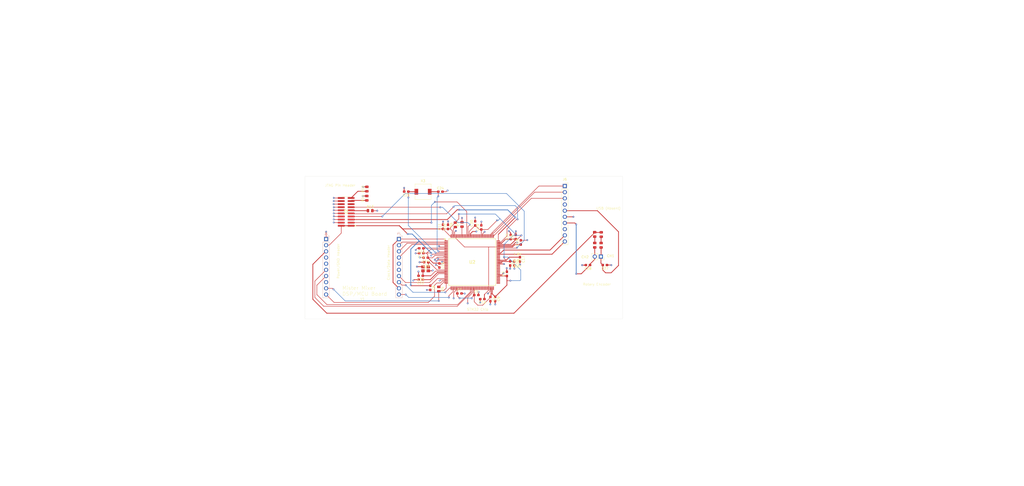
<source format=kicad_pcb>
(kicad_pcb (version 20240108) (generator "pcbnew") (generator_version "8.0")
  (layers (0 "F.Cu" signal) (1 "In1.Cu" power) (2 "In2.Cu" power) (31 "B.Cu" signal) (34 "B.Paste" user) (35 "F.Paste" user) (36 "B.SilkS" user "B.Silkscreen") (37 "F.SilkS" user "F.Silkscreen") (38 "B.Mask" user) (39 "F.Mask" user) (44 "Edge.Cuts" user))
  (net 0 "")
  (net 1 "Net-(C18-Pad1)")
  (net 2 "Net-(U2C-VDD33USB)")
  (net 3 "Net-(U2B-NRST)")
  (net 4 "Net-(U2A-PC15-OSC32_OUT)")
  (net 5 "Net-(U2A-PC14-OSC32_IN)")
  (net 6 "Net-(U2B-PH1-OSC_OUT)")
  (net 7 "Net-(U2B-PH0-OSC_IN)")
  (net 8 "3.3V")
  (net 10 "AGND")
  (net 11 "3.3V_2")
  (net 14 "JTDI")
  (net 15 "SWDIO")
  (net 16 "Net-(J2-Pad11)")
  (net 17 "SWCLK")
  (net 18 "JTRST")
  (net 19 "JTDO_SWO")
  (net 21 "Net-(J2-Pad17)")
  (net 22 "Net-(J2-Pad19)")
  (net 23 "SAI1_SCK_A")
  (net 24 "SAI1_MCLK_A")
  (net 25 "SAI2_SCK_B")
  (net 26 "SAI2_FS_B")
  (net 27 "SAI1_FS_A")
  (net 28 "SAI2_SD_B")
  (net 29 "SAI2_MCLK_B")
  (net 30 "SAI1_SD_B")
  (net 32 "I2C3_SCL")
  (net 33 "SPI3_MISO")
  (net 34 "SPI3_SCK")
  (net 35 "I2C3_SDA")
  (net 36 "SPI3_MOSI")
  (net 39 "Net-(U2C-VREF+)")
  (net 40 "Net-(U2B-PDR_ON)")
  (net 41 "Net-(U2B-BOOT0)")
  (net 56 "I2C4_SCL")
  (net 112 "I2C4_SDA")
  (net 119 "Net-(R8-Pad2)")
  (net 120 "Net-(R10-Pad2)")
  (net 121 "unconnected-(J4-Pad5)")
  (net 123 "GND")
  (net 124 "CHANNEL_1")
  (net 125 "CHANNEL_2")
  (net 126 "5V")
  (footprint "Resistor_SMD:R_0805_2012Metric" (layer "F.Cu") (at 167.965 121.15 90)
    (property "Reference" "R15")
    (property "Value" "10k")
  )
  (footprint "SamacSys_Parts:FTSH-110-XX-YYY-DV-K" (layer "F.Cu") (at 159.44 130.55 90)
    (property "Reference" "J2")
    (property "Value" "SBH11-PBPC-D10-ST-BK" (hide yes))
  )
  (footprint "Capacitor_SMD:C_0603_1608Metric_Pad1.08x0.95mm_HandSolder" (layer "F.Cu") (at 197.85 152.675 -90)
    (property "Reference" "C16")
    (property "Value" "100nF")
  )
  (footprint "Resistor_SMD:R_0805_2012Metric" (layer "F.Cu") (at 167.94 124.925 90)
    (property "Reference" "R14")
    (property "Value" "10k")
  )
  (footprint "Inductor_SMD:L_6.3x6.3_H3" (layer "F.Cu") (at 191.1 122.25)
    (property "Reference" "X3")
    (property "Value" "NX3215SA-32.768K")
  )
  (footprint "Capacitor_SMD:C_0603_1608Metric_Pad1.08x0.95mm_HandSolder" (layer "F.Cu") (at 259.025 152.4975 180)
    (property "Reference" "C28")
    (property "Value" "0.01uF")
  )
  (footprint "Capacitor_SMD:C_0603_1608Metric_Pad1.08x0.95mm_HandSolder" (layer "F.Cu") (at 231.375 143.15 90)
    (property "Reference" "C18")
    (property "Value" "2.2uF")
  )
  (footprint "Capacitor_SMD:C_0603_1608Metric_Pad1.08x0.95mm_HandSolder" (layer "F.Cu") (at 213.05 164.875)
    (property "Reference" "C5")
    (property "Value" "100nF")
  )
  (footprint "Capacitor_SMD:C_0603_1608Metric_Pad1.08x0.95mm_HandSolder" (layer "F.Cu") (at 199.3 136.725 90)
    (property "Reference" "C11")
    (property "Value" "100nF")
  )
  (footprint "Resistor_SMD:R_0805_2012Metric" (layer "F.Cu") (at 207.15 135.75 90)
    (property "Reference" "R7")
    (property "Value" "10k")
  )
  (footprint "Resistor_SMD:R_0805_2012Metric" (layer "F.Cu") (at 197.575 162.4 -90)
    (property "Reference" "R5")
    (property "Value" "47")
  )
  (footprint "SamacSys_Parts:QFP50P2200X2200X160-144N" (layer "F.Cu") (at 211.375 151.275)
    (property "Reference" "U2")
    (property "Value" "STM32H755ZIT6" (hide yes))
  )
  (footprint "Capacitor_SMD:C_0603_1608Metric_Pad1.08x0.95mm_HandSolder" (layer "F.Cu") (at 192.4 151.325 180)
    (property "Reference" "C26")
    (property "Value" "10pF")
  )
  (footprint "Capacitor_SMD:C_0603_1608Metric_Pad1.08x0.95mm_HandSolder" (layer "F.Cu") (at 201.375 136.75 90)
    (property "Reference" "C10")
    (property "Value" "100nF")
  )
  (footprint "Capacitor_SMD:C_0603_1608Metric_Pad1.08x0.95mm_HandSolder" (layer "F.Cu") (at 215.525 166.525 180)
    (property "Reference" "C19")
    (property "Value" "2.2uF")
  )
  (footprint "Capacitor_SMD:C_0603_1608Metric_Pad1.08x0.95mm_HandSolder" (layer "F.Cu") (at 220.825 166.45 -90)
    (property "Reference" "C9")
    (property "Value" "100nF")
  )
  (footprint "Resistor_SMD:R_0805_2012Metric" (layer "F.Cu") (at 204.425 135.9 90)
    (property "Reference" "R6")
    (property "Value" "10k")
  )
  (footprint "Capacitor_SMD:C_0603_1608Metric_Pad1.08x0.95mm_HandSolder" (layer "F.Cu") (at 190.375 147.6 180)
    (property "Reference" "C13")
    (property "Value" "100nF")
  )
  (footprint "Capacitor_SMD:C_0603_1608Metric_Pad1.08x0.95mm_HandSolder" (layer "F.Cu") (at 218.85 166.5 -90)
    (property "Reference" "C4")
    (property "Value" "100nF")
  )
  (footprint "Capacitor_SMD:C_0603_1608Metric_Pad1.08x0.95mm_HandSolder" (layer "F.Cu") (at 225.65 156.125 90)
    (property "Reference" "C3")
    (property "Value" "100nF")
  )
  (footprint "Capacitor_SMD:C_0603_1608Metric_Pad1.08x0.95mm_HandSolder" (layer "F.Cu") (at 190.125 156.925 180)
    (property "Reference" "C25")
    (property "Value" "10pF")
  )
  (footprint "Capacitor_SMD:C_0603_1608Metric_Pad1.08x0.95mm_HandSolder" (layer "F.Cu") (at 227 151.8 -90)
    (property "Reference" "C21")
    (property "Value" "100nF")
  )
  (footprint "Capacitor_SMD:C_0603_1608Metric_Pad1.08x0.95mm_HandSolder" (layer "F.Cu") (at 266 152.4725 180)
    (property "Reference" "C27")
    (property "Value" "0.01uF")
  )
  (footprint "Resistor_SMD:R_0805_2012Metric" (layer "F.Cu") (at 261.825 144.3 -90)
    (property "Reference" "R11" (hide yes))
    (property "Value" "10k" (hide yes))
  )
  (footprint "Capacitor_SMD:C_0603_1608Metric_Pad1.08x0.95mm_HandSolder" (layer "F.Cu") (at 227.2 140.925 90)
    (property "Reference" "C15")
    (property "Value" "100nF")
  )
  (footprint "Resistor_SMD:R_0805_2012Metric" (layer "F.Cu") (at 264.5 139.9 -90)
    (property "Reference" "R8" (hide yes))
    (property "Value" "10k" (hide yes))
  )
  (footprint "Capacitor_SMD:C_0603_1608Metric_Pad1.08x0.95mm_HandSolder" (layer "F.Cu") (at 194.1 161.875 -90)
    (property "Reference" "C8")
    (property "Value" "100nF")
  )
  (footprint "Resistor_SMD:R_0805_2012Metric" (layer "F.Cu") (at 261.8 139.85 -90)
    (property "Reference" "R10" (hide yes))
    (property "Value" "10k" (hide yes))
  )
  (footprint "Capacitor_SMD:C_0603_1608Metric_Pad1.08x0.95mm_HandSolder" (layer "F.Cu") (at 212.575 135.2875 90)
    (property "Reference" "C30")
    (property "Value" "100nF")
  )
  (footprint "Capacitor_SMD:C_0603_1608Metric_Pad1.08x0.95mm_HandSolder" (layer "F.Cu") (at 215.1 136.9625 90)
    (property "Reference" "C29")
    (property "Value" "100nF")
  )
  (footprint "SamacSys_Parts:FA-238_EPS" (layer "F.Cu") (at 192.173 154.06075 -90)
    (property "Reference" "X4")
    (property "Value" "NX2016SA-32MHZ")
  )
  (footprint "Resistor_SMD:R_0805_2012Metric" (layer "F.Cu") (at 169.315 130.075)
    (property "Reference" "R13")
    (property "Value" "10k")
  )
  (footprint "Capacitor_SMD:C_0603_1608Metric_Pad1.08x0.95mm_HandSolder" (layer "F.Cu") (at 228.7 151.8 -90)
    (property "Reference" "C20")
    (property "Value" "1uF")
  )
  (footprint "Resistor_SMD:R_0805_2012Metric" (layer "F.Cu") (at 264.45 144.325 -90)
    (property "Reference" "R9" (hide yes))
    (property "Value" "10k" (hide yes))
  )
  (footprint "Capacitor_SMD:C_0603_1608Metric_Pad1.08x0.95mm_HandSolder" (layer "F.Cu") (at 192.2125 149.45 180)
    (property "Reference" "C14")
    (property "Value" "4.7 uF")
  )
  (footprint "Connector_PinSocket_2.54mm:PinSocket_1x10_P2.54mm_Vertical" (layer "F.Cu") (at 249.5 119.905)
    (property "Reference" "J6")
    (property "Value" "PINHD_1x10_Female")
  )
  (footprint "Capacitor_SMD:C_0603_1608Metric_Pad1.08x0.95mm_HandSolder" (layer "F.Cu") (at 190.4 145.575 180)
    (property "Reference" "C12")
    (property "Value" "100nF")
  )
  (footprint "Capacitor_SMD:C_0603_1608Metric_Pad1.08x0.95mm_HandSolder" (layer "F.Cu") (at 190.15 158.5 180)
    (property "Reference" "C22")
    (property "Value" "100nF")
  )
  (footprint "Capacitor_SMD:C_0603_1608Metric_Pad1.08x0.95mm_HandSolder" (layer "F.Cu") (at 198.25 122.225)
    (property "Reference" "C24")
    (property "Value" "12pF")
  )
  (footprint "Capacitor_SMD:C_0603_1608Metric_Pad1.08x0.95mm_HandSolder" (layer "F.Cu") (at 231.025 150.1 -90)
    (property "Reference" "C17")
    (property "Value" "4.7uF")
  )
  (footprint "Capacitor_SMD:C_0603_1608Metric_Pad1.08x0.95mm_HandSolder" (layer "F.Cu") (at 184.2 122.2 180)
    (property "Reference" "C23")
    (property "Value" "12pF")
  )
  (footprint "Capacitor_SMD:C_0603_1608Metric_Pad1.08x0.95mm_HandSolder" (layer "F.Cu") (at 206.1 164.2)
    (property "Reference" "C7")
    (property "Value" "100nF")
  )
  (footprint "Connector_PinSocket_2.54mm:PinSocket_1x02_P2.54mm_Vertical" (layer "F.Cu") (at 264.375 148.9975 -90)
    (property "Reference" "J5" (hide yes))
    (property "Value" "PINHD_1x2_Female" (hide yes))
  )
  (footprint "Capacitor_SMD:C_0603_1608Metric_Pad1.08x0.95mm_HandSolder" (layer "F.Cu") (at 229.275 140.9 90)
    (property "Reference" "C6")
    (property "Value" "100nF")
  )
  (footprint "Connector_PinHeader_2.54mm:PinHeader_1x10_P2.54mm_Vertical" (layer "B.Cu") (at 181.175 141.77 180)
    (property "Reference" "J4")
    (property "Value" "PINHD_1x10_Male")
  )
  (footprint "Connector_PinHeader_2.54mm:PinHeader_1x10_P2.54mm_Vertical" (layer "B.Cu") (at 151.175 141.77 180)
    (property "Reference" "J1")
    (property "Value" "PINHD_1x10_Male")
  )
  (gr_rect (start 142.475 115.9) (end 273.3 174.675) (stroke (width 0.05)) (fill none) (layer "Edge.Cuts"))
  (gr_text "CH2\n" (at 257.825 149.175 0) (layer "F.SilkS") (effects (font (size 1 1))))
  (gr_text "Rotary Encoder" (at 256.9 161 0) (layer "F.SilkS") (effects (font (size 1 1) (thickness 0.1)) (justify left bottom)))
  (gr_text "Clock/Data Header" (at 177.475 158.775 90) (layer "F.SilkS") (effects (font (size 1 1) (thickness 0.1)) (justify left bottom)))
  (gr_text "V1" (at 165.2 167.075 0) (layer "F.SilkS") (effects (font (size 1 1) (thickness 0.1)) (justify left bottom)))
  (gr_text "Mister Mixer\nDSP/MCU Board\n" (at 157.75 165.25 0) (layer "F.SilkS") (effects (font (size 1.5 1.5) (thickness 0.1)) (justify left bottom)))
  (gr_text "1.8V" (at 230 148 0) (layer "F.SilkS") (effects (font (size 1 1))))
  (gr_text "3.3V\n" (at 230 153 0) (layer "F.SilkS") (effects (font (size 1 1))))
  (gr_text "STM32 Chip" (at 209.15 171.375 0) (layer "F.SilkS") (effects (font (size 1 1) (thickness 0.1)) (justify left bottom)))
  (gr_text "CH1" (at 268.35 148.725 0) (layer "F.SilkS") (effects (font (size 1 1))))
  (gr_text "JTAG Pin Header" (at 150.675 120.2 0) (layer "F.SilkS") (effects (font (size 1 1) (thickness 0.1)) (justify left bottom)))
  (gr_text "USB (Absent)" (at 262.4 129.675 0) (layer "F.SilkS") (effects (font (size 1 1) (thickness 0.1)) (justify left bottom)))
  (gr_text "0.9V" (at 230 150.5 0) (layer "F.SilkS") (effects (font (size 1 1))))
  (gr_text "Power/GND Header" (at 156.775 158.175 90) (layer "F.SilkS") (effects (font (size 1 1) (thickness 0.1)) (justify left bottom)))
  (segment (start 230.625 144.0125) (end 231.375 144.0125) (width 0.3) (layer "F.Cu") (net 1))
  (segment (start 228.925 144.0375) (end 230.6 144.0375) (width 0.3) (layer "F.Cu") (net 1))
  (segment (start 204.625 141.4745) (end 208.1755 145.025) (width 0.2) (layer "F.Cu") (net 1))
  (segment (start 218.125 162.013) (end 218.125 145.025) (width 0.2) (layer "F.Cu") (net 1))
  (segment (start 208.1755 145.025) (end 218.125 145.025) (width 0.2) (layer "F.Cu") (net 1))
  (segment (start 216.3875 166.525) (end 216.3875 164.638) (width 0.3) (layer "F.Cu") (net 1))
  (segment (start 216.3875 164.638) (end 216.4125 164.613) (width 0.3) (layer "F.Cu") (net 1))
  (segment (start 204.625 140.537) (end 204.625 141.4745) (width 0.2) (layer "F.Cu") (net 1))
  (segment (start 218.125 145.025) (end 222.113 145.025) (width 0.2) (layer "F.Cu") (net 1))
  (segment (start 218.125 162.013) (end 218.125 162.9005) (width 0.2) (layer "F.Cu") (net 1))
  (segment (start 227.9375 145.025) (end 222.113 145.025) (width 0.3) (layer "F.Cu") (net 1))
  (segment (start 230.6 144.0375) (end 230.625 144.0125) (width 0.3) (layer "F.Cu") (net 1))
  (segment (start 218.125 162.9005) (end 216.4125 164.613) (width 0.2) (layer "F.Cu") (net 1))
  (segment (start 227.9375 145.025) (end 228.925 144.0375) (width 0.3) (layer "F.Cu") (net 1))
  (segment (start 223.3 151.525) (end 222.113 151.525) (width 0.3) (layer "F.Cu") (net 2))
  (segment (start 223.8 151.025) (end 223.3 151.525) (width 0.3) (layer "F.Cu") (net 2))
  (segment (start 227 150.9375) (end 228.7 150.9375) (width 0.3) (layer "F.Cu") (net 2))
  (segment (start 223.8 151.025) (end 222.113 151.025) (width 0.3) (layer "F.Cu") (net 2))
  (segment (start 227 150.9375) (end 226.9125 151.025) (width 0.3) (layer "F.Cu") (net 2))
  (segment (start 226.9125 151.025) (end 223.8 151.025) (width 0.3) (layer "F.Cu") (net 2))
  (segment (start 191.0125 158.5) (end 194.1 158.5) (width 0.3) (layer "F.Cu") (net 3))
  (segment (start 194.1 158.5) (end 197.075 155.525) (width 0.3) (layer "F.Cu") (net 3))
  (segment (start 197.075 155.525) (end 200.637 155.525) (width 0.3) (layer "F.Cu") (net 3))
  (segment (start 185.3375 122.25) (end 185.175 122.4125) (width 0.3) (layer "F.Cu") (net 4))
  (segment (start 196.275 147.4) (end 196.4 147.525) (width 0.2) (layer "F.Cu") (net 4))
  (segment (start 185.0625 122.2) (end 185.0625 124.5875) (width 0.2) (layer "F.Cu") (net 4))
  (segment (start 188.35 122.25) (end 185.3375 122.25) (width 0.3) (layer "F.Cu") (net 4))
  (segment (start 185.0625 124.5875) (end 185.05 124.6) (width 0.2) (layer "F.Cu") (net 4))
  (segment (start 196.4 147.525) (end 200.637 147.525) (width 0.2) (layer "F.Cu") (net 4))
  (via (at 196.275 147.4) (size 0.7) (drill 0.3) (layers "F.Cu" "B.Cu") (net 4))
  (via (at 185.05 124.6) (size 0.7) (drill 0.3) (layers "F.Cu" "B.Cu") (net 4))
  (segment (start 185.05 124.6) (end 185.05 136.175) (width 0.2) (layer "B.Cu") (net 4))
  (segment (start 185.05 136.175) (end 196.275 147.4) (width 0.2) (layer "B.Cu") (net 4))
  (segment (start 197.375 124.1) (end 197.3875 124.0875) (width 0.2) (layer "F.Cu") (net 5))
  (segment (start 193.85 122.25) (end 197.1625 122.25) (width 0.3) (layer "F.Cu") (net 5))
  (segment (start 197.3875 122.225) (end 197.375 124.1) (width 0.2) (layer "F.Cu") (net 5))
  (segment (start 197.625 147.025) (end 200.637 147.025) (width 0.2) (layer "F.Cu") (net 5))
  (segment (start 197.1625 122.25) (end 197.3 122.1125) (width 0.3) (layer "F.Cu") (net 5))
  (segment (start 197.45 146.85) (end 197.625 147.025) (width 0.2) (layer "F.Cu") (net 5))
  (via (at 197.45 146.85) (size 0.7) (drill 0.3) (layers "F.Cu" "B.Cu") (net 5))
  (via (at 197.375 124.1) (size 0.7) (drill 0.3) (layers "F.Cu" "B.Cu") (net 5))
  (segment (start 196.9 124.575) (end 197.375 124.1) (width 0.2) (layer "B.Cu") (net 5))
  (segment (start 196.9 146.3) (end 196.9 124.575) (width 0.2) (layer "B.Cu") (net 5))
  (segment (start 197.45 146.85) (end 196.9 146.3) (width 0.2) (layer "B.Cu") (net 5))
  (segment (start 194.275 156.925) (end 196.175 155.025) (width 0.2) (layer "F.Cu") (net 6))
  (segment (start 190.9875 156.925) (end 194.275 156.925) (width 0.3) (layer "F.Cu") (net 6))
  (segment (start 196.175 155.025) (end 200.637 155.025) (width 0.2) (layer "F.Cu") (net 6))
  (segment (start 191.073 154.860751) (end 191.073 156.48735) (width 0.3) (layer "F.Cu") (net 6))
  (segment (start 193.675 151.325) (end 196.875 154.525) (width 0.2) (layer "F.Cu") (net 7))
  (segment (start 193.273 153.260749) (end 193.273 151.66235) (width 0.3) (layer "F.Cu") (net 7))
  (segment (start 193.2625 151.325) (end 193.675 151.325) (width 0.3) (layer "F.Cu") (net 7))
  (segment (start 196.875 154.525) (end 200.637 154.525) (width 0.2) (layer "F.Cu") (net 7))
  (segment (start 193.273 151.66235) (end 193.4482 151.48715) (width 0.3) (layer "F.Cu") (net 7))
  (segment (start 186.3125 161.0125) (end 194.1 161.0125) (width 0.3) (layer "F.Cu") (net 8))
  (segment (start 191.5875 145.525) (end 200.637 145.525) (width 0.2) (layer "F.Cu") (net 8))
  (segment (start 202.3 137.1125) (end 202.3 137.6125) (width 0.2) (layer "F.Cu") (net 8))
  (segment (start 212.1875 164.875) (end 212.1875 167.6125) (width 0.2) (layer "F.Cu") (net 8))
  (segment (start 222.1505 156.9875) (end 222.113 157.025) (width 0.3) (layer "F.Cu") (net 8))
  (segment (start 202.2495 140.537) (end 202.625 140.537) (width 0.2) (layer "F.Cu") (net 8))
  (segment (start 210.125 138.6) (end 210.125 140.537) (width 0.2) (layer "F.Cu") (net 8))
  (segment (start 215.1 140.512) (end 215.125 140.537) (width 0.2) (layer "F.Cu") (net 8))
  (segment (start 195.975 148.525) (end 195 149.5) (width 0.2) (layer "F.Cu") (net 8))
  (segment (start 199.325 137.6125) (end 199.3 137.5875) (width 0.2) (layer "F.Cu") (net 8))
  (segment (start 218.85 165.6375) (end 219.125 165.3625) (width 0.3) (layer "F.Cu") (net 8))
  (segment (start 215.1 137.825) (end 217.825 137.825) (width 0.2) (layer "F.Cu") (net 8))
  (segment (start 199.2495 152.025) (end 199.7495 151.525) (width 0.2) (layer "F.Cu") (net 8))
  (segment (start 212.575 136.15) (end 210.125 138.6) (width 0.2) (layer "F.Cu") (net 8))
  (segment (start 151.175 144.31) (end 152.44 144.31) (width 0.2) (layer "F.Cu") (net 8))
  (segment (start 225.65 156.9875) (end 222.1505 156.9875) (width 0.3) (layer "F.Cu") (net 8))
  (segment (start 192.6 147.6) (end 192.6625 147.5375) (width 0.2) (layer "F.Cu") (net 8))
  (segment (start 204.425 134.875) (end 205.85 133.45) (width 0.2) (layer "F.Cu") (net 8))
  (segment (start 152.44 144.31) (end 157.405 139.345) (width 0.2) (layer "F.Cu") (net 8))
  (segment (start 227.25 144.025) (end 226.3 144.025) (width 0.3) (layer "F.Cu") (net 8))
  (segment (start 205.2375 164.2) (end 205.2375 165.2375) (width 0.2) (layer "F.Cu") (net 8))
  (segment (start 199.7495 151.525) (end 200.637 151.525) (width 0.2) (layer "F.Cu") (net 8))
  (segment (start 200.637 146.025) (end 194.175 146.025) (width 0.2) (layer "F.Cu") (net 8))
  (segment (start 194.1125 161.0125) (end 197.1 158.025) (width 0.2) (layer "F.Cu") (net 8))
  (segment (start 186.05 160.75) (end 186.3125 161.0125) (width 0.3) (layer "F.Cu") (net 8))
  (segment (start 213.625 169.05) (end 215.65 169.05) (width 0.2) (layer "F.Cu") (net 8))
  (segment (start 229.25 141.7875) (end 229.275 141.7625) (width 0.3) (layer "F.Cu") (net 8))
  (segment (start 191.2375 147.6) (end 191.2375 145.6) (width 0.2) (layer "F.Cu") (net 8))
  (segment (start 211.15 166.2) (end 211.15 165.9125) (width 0.2) (layer "F.Cu") (net 8))
  (segment (start 181.34 136.265) (end 184.775 139.7) (width 0.3) (layer "F.Cu") (net 8))
  (segment (start 225.65 160.7625) (end 220.825 165.5875) (width 0.3) (layer "F.Cu") (net 8))
  (segment (start 225.1375 141.7875) (end 227.2 141.7875) (width 0.3) (layer "F.Cu") (net 8))
  (segment (start 220.825 165.5875) (end 219.625 164.3875) (width 0.3) (layer "F.Cu") (net 8))
  (segment (start 225.325 150.525) (end 226.6125 149.2375) (width 0.3) (layer "F.Cu") (net 8))
  (segment (start 219.125 164.35) (end 219.125 162.013) (width 0.3) (layer "F.Cu") (net 8))
  (segment (start 192.6 147.6) (end 192.6 147.75) (width 0.2) (layer "F.Cu") (net 8))
  (segment (start 212.1875 167.6125) (end 213.625 169.05) (width 0.2) (layer "F.Cu") (net 8))
  (segment (start 215.65 169.05) (end 218.85 165.85) (width 0.2) (layer "F.Cu") (net 8))
  (segment (start 181.34 136.265) (end 182.6625 137.5875) (width 0.3) (layer "F.Cu") (net 8))
  (segment (start 212.125 162.013) (end 212.125 164.8125) (width 0.3) (layer "F.Cu") (net 8))
  (segment (start 192.6625 147.5375) (end 194.4625 147.5375) (width 0.2) (layer "F.Cu") (net 8))
  (segment (start 195.3125 151.6875) (end 193.075 149.45) (width 0.3) (layer "F.Cu") (net 8))
  (segment (start 227.2 141.7875) (end 229.25 141.7875) (width 0.3) (layer "F.Cu") (net 8))
  (segment (start 198.05 151.6375) (end 198.4375 152.025) (width 0.2) (layer "F.Cu") (net 8))
  (segment (start 199.3 137.5875) (end 202.2495 140.537) (width 0.2) (layer "F.Cu") (net 8))
  (segment (start 219.625 164.3875) (end 219.1625 164.3875) (width 0.3) (layer "F.Cu") (net 8))
  (segment (start 229.275 141.7625) (end 229.275 142) (width 0.3) (layer "F.Cu") (net 8))
  (segment (start 226.6125 149.2375) (end 231.025 149.2375) (width 0.3) (layer "F.Cu") (net 8))
  (segment (start 231.625 140.25) (end 230.1125 141.7625) (width 0.2) (layer "F.Cu") (net 8))
  (segment (start 194.4625 147.5375) (end 194.475 147.525) (width 0.2) (layer "F.Cu") (net 8))
  (segment (start 157.405 139.345) (end 157.405 136.265) (width 0.2) (layer "F.Cu") (net 8))
  (segment (start 219.625 164.3875) (end 219.625 162.013) (width 0.3) (layer "F.Cu") (net 8))
  (segment (start 224.475 149.675) (end 225.325 150.525) (width 0.2) (layer "F.Cu") (net 8))
  (segment (start 204.425 134.9875) (end 204.425 134.875) (width 0.2) (layer "F.Cu") (net 8))
  (segment (start 225.65 158.9) (end 225.65 160.7625) (width 0.3) (layer "F.Cu") (net 8))
  (segment (start 194.1 161.0125) (end 194.1125 161.0125) (width 0.2) (layer "F.Cu") (net 8))
  (segment (start 215.1 137.825) (end 215.1 140.512) (width 0.2) (layer "F.Cu") (net 8))
  (segment (start 224.475 149.225) (end 224.475 149.675) (width 0.2) (layer "F.Cu") (net 8))
  (segment (start 200.637 148.525) (end 195.975 148.525) (width 0.2) (layer "F.Cu") (net 8))
  (segment (start 192.6 147.75) (end 193.075 148.225) (width 0.2) (layer "F.Cu") (net 8))
  (segment (start 201.375 137.6125) (end 202.3 137.6125) (width 0.2) (layer "F.Cu") (net 8))
  (segment (start 198.4375 152.025) (end 199.2495 152.025) (width 0.2) (layer "F.Cu") (net 8))
  (segment (start 205.2375 165.2375) (end 206.125 166.125) (width 0.2) (layer "F.Cu") (net 8))
  (segment (start 214.25 137.825) (end 215.1 137.825) (width 0.2) (layer "F.Cu") (net 8))
  (segment (start 161.475 136.265) (end 181.34 136.265) (width 0.3) (layer "F.Cu") (net 8))
  (segment (start 204.425 134.9875) (end 202.3 137.1125) (width 0.2) (layer "F.Cu") (net 8))
  (segment (start 202.3 137.6125) (end 202.4125 137.6125) (width 0.2) (layer "F.Cu") (net 8))
  (segment (start 191.2125 145.9) (end 191.5875 145.525) (width 0.2) (layer "F.Cu") (net 8))
  (segment (start 224.4125 144.025) (end 226.3 144.025) (width 0.3) (layer "F.Cu") (net 8))
  (segment (start 212.125 164.8125) (end 212.1875 164.875) (width 0.3) (layer "F.Cu") (net 8))
  (segment (start 157.405 136.265) (end 161.475 136.265) (width 0.3) (layer "F.Cu") (net 8))
  (segment (start 182.6625 137.5875) (end 199.3 137.5875) (width 0.3) (layer "F.Cu") (net 8))
  (segment (start 157.405 136.265) (end 156.68 136.265) (width 0.3) (layer "F.Cu") (net 8))
  (segment (start 222.113 150.525) (end 225.325 150.525) (width 0.3) (layer "F.Cu") (net 8))
  (segment (start 225.65 156.9875) (end 225.65 158.9) (width 0.3) (layer "F.Cu") (net 8))
  (segment (start 197.1 158.025) (end 200.637 158.025) (width 0.2) (layer "F.Cu") (net 8))
  (segment (start 212.575 136.15) (end 214.25 137.825) (width 0.2) (layer "F.Cu") (net 8))
  (segment (start 227.075 158.925) (end 225.675 158.925) (width 0.2) (layer "F.Cu") (net 8))
  (segment (start 203.125 138.325) (end 203.125 140.537) (width 0.2) (layer "F.Cu") (net 8))
  (segment (start 229.275 142) (end 227.25 144.025) (width 0.3) (layer "F.Cu") (net 8))
  (segment (start 219.125 165.3625) (end 219.125 164.35) (width 0.3) (layer "F.Cu") (net 8))
  (segment (start 211.15 165.9125) (end 212.1875 164.875) (width 0.2) (layer "F.Cu") (net 8))
  (segment (start 191.2375 145.6) (end 191.2625 145.575) (width 0.2) (layer "F.Cu") (net 8))
  (segment (start 223.4 143.525) (end 222.113 143.525) (width 0.3) (layer "F.Cu") (net 8))
  (segment (start 198.05 151.6875) (end 195.3125 151.6875) (width 0.3) (layer "F.Cu") (net 8))
  (segment (start 205.125 162.013) (end 205.125 164.0875) (width 0.2) (layer "F.Cu") (net 8))
  (segment (start 205.125 164.0875) (end 205.2375 164.2) (width 0.2) (layer "F.Cu") (net 8))
  (segment (start 217.825 137.825) (end 221.575 134.075) (width 0.2) (layer "F.Cu") (net 8))
  (segment (start 219.1625 164.3875) (end 219.125 164.35) (width 0.3) (layer "F.Cu") (net 8))
  (segment (start 194.175 146.025) (end 192.6 147.6) (width 0.2) (layer "F.Cu") (net 8))
  (segment (start 218.85 165.85) (end 218.85 165.6375) (width 0.3) (layer "F.Cu") (net 8))
  (segment (start 205.85 133.45) (end 205.85 131.45) (width 0.2) (layer "F.Cu") (net 8))
  (segment (start 192.6 147.6) (end 191.2375 147.6) (width 0.2) (layer "F.Cu") (net 8))
  (segment (start 201.375 137.6125) (end 199.325 137.6125) (width 0.2) (layer "F.Cu") (net 8))
  (segment (start 223.4 143.525) (end 225.1375 141.7875) (width 0.3) (layer "F.Cu") (net 8))
  (segment (start 193.075 148.225) (end 193.075 149.45) (width 0.2) (layer "F.Cu") (net 8))
  (segment (start 230.1125 141.7625) (end 229.275 141.7625) (width 0.2) (layer "F.Cu") (net 8))
  (segment (start 225.675 158.925) (end 225.65 158.9) (width 0.2) (layer "F.Cu") (net 8))
  (segment (start 202.4125 137.6125) (end 203.125 138.325) (width 0.2) (layer "F.Cu") (net 8))
  (segment (start 195 149.5) (end 193.125 149.5) (width 0.2) (layer "F.Cu") (net 8))
  (segment (start 224.4125 144.025) (end 222.113 144.025) (width 0.3) (layer "F.Cu") (net 8))
  (via (at 194.475 147.525) (size 0.7) (drill 0.3) (layers "F.Cu" "B.Cu") (net 8))
  (via (at 206.125 166.125) (size 0.7) (drill 0.3) (layers "F.Cu" "B.Cu") (net 8))
  (via (at 186.05 160.75) (size 0.7) (drill 0.3) (layers "F.Cu" "B.Cu") (net 8))
  (via (at 211.15 166.2) (size 0.7) (drill 0.3) (layers "F.Cu" "B.Cu") (net 8))
  (via (at 231.625 140.25) (size 0.7) (drill 0.3) (layers "F.Cu" "B.Cu") (net 8))
  (via (at 221.575 134.075) (size 0.7) (drill 0.3) (layers "F.Cu" "B.Cu") (net 8))
  (via (at 205.85 131.45) (size 0.7) (drill 0.3) (layers "F.Cu" "B.Cu") (net 8))
  (via (at 227.075 158.925) (size 0.7) (drill 0.3) (layers "F.Cu" "B.Cu") (net 8))
  (via (at 224.475 149.225) (size 0.7) (drill 0.3) (layers "F.Cu" "B.Cu") (net 8))
  (via (at 184.775 139.7) (size 0.7) (drill 0.3) (layers "F.Cu" "B.Cu") (net 8))
  (segment (start 220.875 131.45) (end 222.775 133.35) (width 0.2) (layer "B.Cu") (net 8))
  (segment (start 211.075 166.125) (end 211.15 166.2) (width 0.2) (layer "B.Cu") (net 8))
  (segment (start 189.475 142.525) (end 186.05 145.95) (width 0.3) (layer "B.Cu") (net 8))
  (segment (start 224.475 144.05) (end 224.475 149.225) (width 0.2) (layer "B.Cu") (net 8))
  (segment (start 231.35 154.55) (end 231.35 158.625) (width 0.2) (layer "B.Cu") (net 8))
  (segment (start 184.775 139.7) (end 186.65 139.7) (width 0.3) (layer "B.Cu") (net 8))
  (segment (start 229.675 140.25) (end 228.275 140.25) (width 0.2) (layer "B.Cu") (net 8))
  (segment (start 189.475 142.525) (end 194.475 147.525) (width 0.3) (layer "B.Cu") (net 8))
  (segment (start 231.075 158.9) (end 227.1 158.9) (width 0.2) (layer "B.Cu") (net 8))
  (segment (start 206.125 166.125) (end 211.075 166.125) (width 0.2) (layer "B.Cu") (net 8))
  (segment (start 186.05 145.95) (end 186.05 160.75) (width 0.3) (layer "B.Cu") (net 8))
  (segment (start 227.1 158.9) (end 227.075 158.925) (width 0.2) (layer "B.Cu") (net 8))
  (segment (start 226.025 149.225) (end 231.35 154.55) (width 0.2) (layer "B.Cu") (net 8))
  (segment (start 224.475 149.225) (end 226.025 149.225) (width 0.2) (layer "B.Cu") (net 8))
  (segment (start 231.35 158.625) (end 231.075 158.9) (width 0.2) (layer "B.Cu") (net 8))
  (segment (start 205.85 131.45) (end 220.875 131.45) (width 0.2) (layer "B.Cu") (net 8))
  (segment (start 228.275 140.25) (end 224.475 144.05) (width 0.2) (layer "B.Cu") (net 8))
  (segment (start 222.775 133.35) (end 229.675 140.25) (width 0.2) (layer "B.Cu") (net 8))
  (segment (start 222.05 134.075) (end 222.775 133.35) (width 0.2) (layer "B.Cu") (net 8))
  (segment (start 186.65 139.7) (end 189.475 142.525) (width 0.3) (layer "B.Cu") (net 8))
  (segment (start 229.675 140.25) (end 231.625 140.25) (width 0.2) (layer "B.Cu") (net 8))
  (segment (start 221.575 134.075) (end 222.05 134.075) (width 0.2) (layer "B.Cu") (net 8))
  (segment (start 196.8 159.875) (end 198.3 159.875) (width 0.2) (layer "F.Cu") (net 10))
  (segment (start 199.15 159.025) (end 200.637 159.025) (width 0.2) (layer "F.Cu") (net 10))
  (segment (start 195.85 165.35) (end 195.85 160.825) (width 0.2) (layer "F.Cu") (net 10))
  (segment (start 195.85 160.825) (end 196.8 159.875) (width 0.2) (layer "F.Cu") (net 10))
  (segment (start 198.3 159.875) (end 199.15 159.025) (width 0.2) (layer "F.Cu") (net 10))
  (segment (start 193.3 167.9) (end 195.85 165.35) (width 0.2) (layer "F.Cu") (net 10))
  (segment (start 154.445 167.9) (end 193.3 167.9) (width 0.2) (layer "F.Cu") (net 10))
  (segment (start 151.175 164.63) (end 154.445 167.9) (width 0.2) (layer "F.Cu") (net 10))
  (segment (start 199.6125 163.0375) (end 197.6 163.0375) (width 0.2) (layer "F.Cu") (net 11))
  (segment (start 197.575 167.25) (end 197.6 167.275) (width 0.2) (layer "F.Cu") (net 11))
  (segment (start 153.815 162.09) (end 154.2 162.475) (width 0.2) (layer "F.Cu") (net 11))
  (segment (start 200.637 160.025) (end 200.637 162.013) (width 0.2) (layer "F.Cu") (net 11))
  (segment (start 197.575 163.3125) (end 197.575 167.25) (width 0.2) (layer "F.Cu") (net 11))
  (segment (start 151.175 162.09) (end 153.815 162.09) (width 0.2) (layer "F.Cu") (net 11))
  (segment (start 200.637 162.013) (end 199.6125 163.0375) (width 0.2) (layer "F.Cu") (net 11))
  (via (at 154.2 162.475) (size 0.7) (drill 0.3) (layers "F.Cu" "B.Cu") (net 11))
  (via (at 197.6 167.275) (size 0.7) (drill 0.3) (layers "F.Cu" "B.Cu") (net 11))
  (segment (start 197.6 167.275) (end 159 167.275) (width 0.2) (layer "B.Cu") (net 11))
  (segment (start 159 167.275) (end 154.2 162.475) (width 0.2) (layer "B.Cu") (net 11))
  (segment (start 205.95 129.7) (end 205.15 129.7) (width 0.3) (layer "F.Cu") (net 14))
  (segment (start 222.113 142.525) (end 222.113 139.837) (width 0.2) (layer "F.Cu") (net 14))
  (segment (start 201.125 133.725) (end 161.475 133.725) (width 0.3) (layer "F.Cu") (net 14))
  (segment (start 205.15 129.7) (end 201.125 133.725) (width 0.3) (layer "F.Cu") (net 14))
  (segment (start 222.113 139.837) (end 229.1 132.85) (width 0.3) (layer "F.Cu") (net 14))
  (via (at 229.1 132.85) (size 0.7) (drill 0.3) (layers "F.Cu" "B.Cu") (net 14))
  (via (at 205.95 129.7) (size 0.7) (drill 0.3) (layers "F.Cu" "B.Cu") (net 14))
  (segment (start 206 129.75) (end 226 129.75) (width 0.3) (layer "B.Cu") (net 14))
  (segment (start 205.95 129.7) (end 206 129.75) (width 0.3) (layer "B.Cu") (net 14))
  (segment (start 226 129.75) (end 229.1 132.85) (width 0.3) (layer "B.Cu") (net 14))
  (segment (start 222.113 145.525) (end 229.6 145.525) (width 0.2) (layer "F.Cu") (net 15))
  (segment (start 174.32 132.455) (end 161.475 132.455) (width 0.2) (layer "F.Cu") (net 15))
  (segment (start 229.6 145.525) (end 229.825 145.3) (width 0.2) (layer "F.Cu") (net 15))
  (segment (start 174.325 132.45) (end 174.32 132.455) (width 0.2) (layer "F.Cu") (net 15))
  (via (at 174.325 132.45) (size 0.7) (drill 0.3) (layers "F.Cu" "B.Cu") (net 15))
  (via (at 229.825 145.3) (size 0.7) (drill 0.3) (layers "F.Cu" "B.Cu") (net 15))
  (segment (start 225.475 122.975) (end 183.8 122.975) (width 0.2) (layer "B.Cu") (net 15))
  (segment (start 183.8 122.975) (end 174.325 132.45) (width 0.2) (layer "B.Cu") (net 15))
  (segment (start 232.775 142.35) (end 232.775 130.275) (width 0.2) (layer "B.Cu") (net 15))
  (segment (start 229.825 145.3) (end 232.775 142.35) (width 0.2) (layer "B.Cu") (net 15))
  (segment (start 232.775 130.275) (end 225.475 122.975) (width 0.2) (layer "B.Cu") (net 15))
  (segment (start 168.49 130.0625) (end 161.6225 130.0625) (width 0.3) (layer "F.Cu") (net 16))
  (segment (start 161.6225 130.0625) (end 161.475 129.915) (width 0.3) (layer "F.Cu") (net 16))
  (segment (start 161.64 131.35) (end 161.475 131.185) (width 0.2) (layer "F.Cu") (net 17))
  (segment (start 225.680698 137.569302) (end 225.680698 140.494802) (width 0.2) (layer "F.Cu") (net 17))
  (segment (start 225.680698 140.494802) (end 223.1505 143.025) (width 0.2) (layer "F.Cu") (net 17))
  (segment (start 200.825 131.35) (end 161.64 131.35) (width 0.2) (layer "F.Cu") (net 17))
  (segment (start 203.65 128.525) (end 200.825 131.35) (width 0.2) (layer "F.Cu") (net 17))
  (segment (start 230.025 133.625) (end 229.625 133.625) (width 0.2) (layer "F.Cu") (net 17))
  (segment (start 229.625 133.625) (end 225.680698 137.569302) (width 0.2) (layer "F.Cu") (net 17))
  (segment (start 222.113 143.025) (end 223.1505 143.025) (width 0.3) (layer "F.Cu") (net 17))
  (via (at 203.65 128.525) (size 0.7) (drill 0.3) (layers "F.Cu" "B.Cu") (net 17))
  (via (at 230.025 133.625) (size 0.7) (drill 0.3) (layers "F.Cu" "B.Cu") (net 17))
  (segment (start 230.025 128.925) (end 229.075 127.975) (width 0.2) (layer "B.Cu") (net 17))
  (segment (start 230.025 133.625) (end 230.025 128.925) (width 0.2) (layer "B.Cu") (net 17))
  (segment (start 204.2 127.975) (end 203.65 128.525) (width 0.2) (layer "B.Cu") (net 17))
  (segment (start 229.075 127.975) (end 204.2 127.975) (width 0.2) (layer "B.Cu") (net 17))
  (segment (start 194.45 135) (end 194.55 135) (width 0.2) (layer "F.Cu") (net 18))
  (segment (start 205.1 126.45) (end 209.125 130.475) (width 0.2) (layer "F.Cu") (net 18))
  (segment (start 194.55 134.9) (end 194.525 134.925) (width 0.2) (layer "F.Cu") (net 18))
  (segment (start 209.125 130.475) (end 209.125 140.537) (width 0.2) (layer "F.Cu") (net 18))
  (segment (start 194.455 134.995) (end 194.45 135) (width 0.2) (layer "F.Cu") (net 18))
  (segment (start 161.475 134.995) (end 194.455 134.995) (width 0.2) (layer "F.Cu") (net 18))
  (segment (start 196 126.45) (end 205.1 126.45) (width 0.2) (layer "F.Cu") (net 18))
  (segment (start 194.55 135) (end 194.55 134.9) (width 0.2) (layer "F.Cu") (net 18))
  (via (at 194.55 135) (size 0.7) (drill 0.3) (layers "F.Cu" "B.Cu") (net 18))
  (via (at 196 126.45) (size 0.7) (drill 0.3) (layers "F.Cu" "B.Cu") (net 18))
  (segment (start 194.55 127.9) (end 196 126.45) (width 0.2) (layer "B.Cu") (net 18))
  (segment (start 194.55 135) (end 194.55 127.9) (width 0.2) (layer "B.Cu") (net 18))
  (segment (start 210.4 135.85) (end 209.625 136.625) (width 0.2) (layer "F.Cu") (net 19))
  (segment (start 198.145 128.645) (end 198.175 128.675) (width 0.2) (layer "F.Cu") (net 19))
  (segment (start 161.475 128.645) (end 198.145 128.645) (width 0.2) (layer "F.Cu") (net 19))
  (segment (start 209.625 136.625) (end 209.625 140.537) (width 0.2) (layer "F.Cu") (net 19))
  (via (at 210.4 135.85) (size 0.7) (drill 0.3) (layers "F.Cu" "B.Cu") (net 19))
  (via (at 198.175 128.675) (size 0.7) (drill 0.3) (layers "F.Cu" "B.Cu") (net 19))
  (segment (start 209.5 134.95) (end 210.4 135.85) (width 0.2) (layer "B.Cu") (net 19))
  (segment (start 205.45 134.95) (end 209.5 134.95) (width 0.2) (layer "B.Cu") (net 19))
  (segment (start 199.175 128.675) (end 205.45 134.95) (width 0.2) (layer "B.Cu") (net 19))
  (segment (start 198.175 128.675) (end 199.175 128.675) (width 0.2) (layer "B.Cu") (net 19))
  (segment (start 161.6575 126.2875) (end 161.475 126.105) (width 0.3) (layer "F.Cu") (net 21))
  (segment (start 161.7425 125.8375) (end 161.475 126.105) (width 0.3) (layer "F.Cu") (net 21))
  (segment (start 167.94 125.8375) (end 161.7425 125.8375) (width 0.3) (layer "F.Cu") (net 21))
  (segment (start 164.2475 122.0625) (end 161.475 124.835) (width 0.3) (layer "F.Cu") (net 22))
  (segment (start 167.965 122.0625) (end 164.2475 122.0625) (width 0.3) (layer "F.Cu") (net 22))
  (segment (start 181.175 149.39) (end 186.54 144.025) (width 0.2) (layer "F.Cu") (net 23))
  (segment (start 186.54 144.025) (end 200.637 144.025) (width 0.2) (layer "F.Cu") (net 23))
  (segment (start 178.75 144.195) (end 181.175 141.77) (width 0.3) (layer "F.Cu") (net 24))
  (segment (start 181.175 162.09) (end 178.75 159.665) (width 0.3) (layer "F.Cu") (net 24))
  (segment (start 181.175 141.77) (end 199.882 141.77) (width 0.2) (layer "F.Cu") (net 24))
  (segment (start 199.882 141.77) (end 200.637 142.525) (width 0.2) (layer "F.Cu") (net 24))
  (segment (start 178.75 159.665) (end 178.75 144.195) (width 0.3) (layer "F.Cu") (net 24))
  (segment (start 201.75 165.15) (end 203.625 163.275) (width 0.2) (layer "F.Cu") (net 25))
  (segment (start 201.75 165.85) (end 201.75 165.15) (width 0.2) (layer "F.Cu") (net 25))
  (segment (start 203.625 163.275) (end 203.625 162.013) (width 0.2) (layer "F.Cu") (net 25))
  (segment (start 183.955 164.63) (end 183.975 164.65) (width 0.2) (layer "F.Cu") (net 25))
  (segment (start 181.175 164.63) (end 183.955 164.63) (width 0.2) (layer "F.Cu") (net 25))
  (via (at 183.975 164.65) (size 0.7) (drill 0.3) (layers "F.Cu" "B.Cu") (net 25))
  (via (at 201.75 165.85) (size 0.7) (drill 0.3) (layers "F.Cu" "B.Cu") (net 25))
  (segment (start 183.975 164.65) (end 185.175 165.85) (width 0.2) (layer "B.Cu") (net 25))
  (segment (start 185.175 165.85) (end 201.75 165.85) (width 0.2) (layer "B.Cu") (net 25))
  (segment (start 183.865 159.7) (end 181.175 157.01) (width 0.2) (layer "F.Cu") (net 26))
  (segment (start 197.475 156.025) (end 193.8 159.7) (width 0.2) (layer "F.Cu") (net 26))
  (segment (start 193.8 159.7) (end 183.865 159.7) (width 0.2) (layer "F.Cu") (net 26))
  (segment (start 200.637 156.025) (end 197.475 156.025) (width 0.2) (layer "F.Cu") (net 26))
  (segment (start 181.175 146.85) (end 184.5 143.525) (width 0.2) (layer "F.Cu") (net 27))
  (segment (start 184.5 143.525) (end 200.637 143.525) (width 0.2) (layer "F.Cu") (net 27))
  (segment (start 202.012 162.013) (end 202.625 162.013) (width 0.2) (layer "F.Cu") (net 28))
  (segment (start 200.3 163.725) (end 202.012 162.013) (width 0.2) (layer "F.Cu") (net 28))
  (segment (start 182.4 160.775) (end 184 160.775) (width 0.2) (layer "F.Cu") (net 28))
  (segment (start 181.175 159.55) (end 182.4 160.775) (width 0.2) (layer "F.Cu") (net 28))
  (via (at 184 160.775) (size 0.7) (drill 0.3) (layers "F.Cu" "B.Cu") (net 28))
  (via (at 200.3 163.725) (size 0.7) (drill 0.3) (layers "F.Cu" "B.Cu") (net 28))
  (segment (start 186.95 163.725) (end 200.3 163.725) (width 0.2) (layer "B.Cu") (net 28))
  (segment (start 184 160.775) (end 186.95 163.725) (width 0.2) (layer "B.Cu") (net 28))
  (segment (start 203.125 162.9005) (end 203.125 162.013) (width 0.2) (layer "F.Cu") (net 29))
  (segment (start 182.46 143.025) (end 200.637 143.025) (width 0.2) (layer "F.Cu") (net 30))
  (segment (start 181.175 144.31) (end 182.46 143.025) (width 0.2) (layer "F.Cu") (net 30))
  (segment (start 222.113 148.025) (end 244.24 148.025) (width 0.3) (layer "F.Cu") (net 32))
  (segment (start 244.24 148.025) (end 249.5 142.765) (width 0.3) (layer "F.Cu") (net 32))
  (segment (start 220.2 139.325) (end 219.8995 139.325) (width 0.2) (layer "F.Cu") (net 33))
  (segment (start 237.08 122.445) (end 220.2 139.325) (width 0.2) (layer "F.Cu") (net 33))
  (segment (start 219.8995 139.325) (end 219.625 139.5995) (width 0.2) (layer "F.Cu") (net 33))
  (segment (start 219.625 139.5995) (end 219.625 140.537) (width 0.2) (layer "F.Cu") (net 33))
  (segment (start 249.5 122.445) (end 237.08 122.445) (width 0.2) (layer "F.Cu") (net 33))
  (segment (start 235.677 124.985) (end 249.5 124.985) (width 0.2) (layer "F.Cu") (net 34))
  (segment (start 220.125 140.537) (end 235.677 124.985) (width 0.2) (layer "F.Cu") (net 34))
  (segment (start 223.1005 147.525) (end 224.3255 146.3) (width 0.3) (layer "F.Cu") (net 35))
  (segment (start 222.113 147.525) (end 223.1005 147.525) (width 0.3) (layer "F.Cu") (net 35))
  (segment (start 243.425 146.3) (end 249.5 140.225) (width 0.3) (layer "F.Cu") (net 35))
  (segment (start 224.3255 146.3) (end 243.425 146.3) (width 0.3) (layer "F.Cu") (net 35))
  (segment (start 219.125 139.5995) (end 238.8195 119.905) (width 0.2) (layer "F.Cu") (net 36))
  (segment (start 219.125 140.537) (end 219.125 139.5995) (width 0.2) (layer "F.Cu") (net 36))
  (segment (start 238.8195 119.905) (end 249.5 119.905) (width 0.2) (layer "F.Cu") (net 36))
  (segment (start 197.9375 161.2125) (end 199.625 159.525) (width 0.2) (layer "F.Cu") (net 39))
  (segment (start 197.6 161.2125) (end 197.9375 161.2125) (width 0.2) (layer "F.Cu") (net 39))
  (segment (start 199.625 159.525) (end 200.637 159.525) (width 0.2) (layer "F.Cu") (net 39))
  (segment (start 204.425 136.8125) (end 203.625 137.6125) (width 0.2) (layer "F.Cu") (net 40))
  (segment (start 203.625 137.6125) (end 203.625 140.537) (width 0.2) (layer "F.Cu") (net 40))
  (segment (start 207.2375 136.65) (end 207.125 136.7625) (width 0.2) (layer "F.Cu") (net 41))
  (segment (start 207.125 136.7625) (end 207.125 140.537) (width 0.2) (layer "F.Cu") (net 41))
  (segment (start 205.397918 168.775) (end 151.475 168.775) (width 0.2) (layer "F.Cu") (net 56))
  (segment (start 147.375 160.81) (end 151.175 157.01) (width 0.2) (layer "F.Cu") (net 56))
  (segment (start 210.625 163.547918) (end 205.397918 168.775) (width 0.2) (layer "F.Cu") (net 56))
  (segment (start 210.625 162.013) (end 210.625 163.547918) (width 0.2) (layer "F.Cu") (net 56))
  (segment (start 151.475 168.775) (end 147.375 164.675) (width 0.2) (layer "F.Cu") (net 56))
  (segment (start 147.375 164.675) (end 147.375 160.81) (width 0.2) (layer "F.Cu") (net 56))
  (segment (start 146.55 159.095) (end 146.55 165.85) (width 0.2) (layer "F.Cu") (net 112))
  (segment (start 205.192893 169.475) (end 211.125 163.542893) (width 0.2) (layer "F.Cu") (net 112))
  (segment (start 146.55 165.85) (end 150.175 169.475) (width 0.2) (layer "F.Cu") (net 112))
  (segment (start 151.175 154.47) (end 146.55 159.095) (width 0.2) (layer "F.Cu") (net 112))
  (segment (start 150.175 169.475) (end 205.192893 169.475) (width 0.2) (layer "F.Cu") (net 112))
  (segment (start 211.125 163.542893) (end 211.125 162.013) (width 0.2) (layer "F.Cu") (net 112))
  (segment (start 264.45 140.885) (end 264.45 143.3475) (width 0.3) (layer "F.Cu") (net 119))
  (segment (start 261.85 140.885) (end 261.85 143.4475) (width 0.3) (layer "F.Cu") (net 120))
  (segment (start 261.85 143.4475) (end 261.825 143.4725) (width 0.3) (layer "F.Cu") (net 120))
  (segment (start 181.175 151.675) (end 181.175 151.93) (width 0.2) (layer "F.Cu") (net 121))
  (segment (start 195 148.025) (end 200.637 148.025) (width 0.2) (layer "F.Cu") (net 123))
  (segment (start 154.365 129.915) (end 157.405 129.915) (width 0.2) (layer "F.Cu") (net 123))
  (segment (start 268.65 152.5725) (end 268.575 152.4975) (width 0.3) (layer "F.Cu") (net 123))
  (segment (start 206.9625 164.2) (end 208.2 164.2) (width 0.2) (layer "F.Cu") (net 123))
  (segment (start 233.9375 142.2875) (end 231.375 142.2875) (width 0.2) (layer "F.Cu") (net 123))
  (segment (start 196.975 149.275) (end 199.4995 149.275) (width 0.2) (layer "F.Cu") (net 123))
  (segment (start 196.425 152.4) (end 196.7125 152.4) (width 0.2) (layer "F.Cu") (net 123))
  (segment (start 225.575 153.75) (end 225.575 155.1875) (width 0.3) (layer "F.Cu") (net 123))
  (segment (start 204.125 138.9) (end 204.125 140.537) (width 0.2) (layer "F.Cu") (net 123))
  (segment (start 218.85 167.3625) (end 218.85 168.65) (width 0.3) (layer "F.Cu") (net 123))
  (segment (start 198.3 158.525) (end 200.637 158.525) (width 0.2) (layer "F.Cu") (net 123))
  (segment (start 253.025 132.6) (end 253.02 132.605) (width 0.3) (layer "F.Cu") (net 123))
  (segment (start 154.35 124.8) (end 154.385 124.835) (width 0.2) (layer "F.Cu") (net 123))
  (segment (start 154.375 133.725) (end 157.405 133.725) (width 0.2) (layer "F.Cu") (net 123))
  (segment (start 214.6625 167.8875) (end 214.65 167.9) (width 0.3) (layer "F.Cu") (net 123))
  (segment (start 199.4995 149.275) (end 199.7495 149.025) (width 0.2) (layer "F.Cu") (net 123))
  (segment (start 167.94 124.0125) (end 166.3275 124.0125) (width 0.3) (layer "F.Cu") (net 123))
  (segment (start 170.2275 130.075) (end 172.25 130.075) (width 0.2) (layer "F.Cu") (net 123))
  (segment (start 190.962251 153.15) (end 191.073 153.260749) (width 0.3) (layer "F.Cu") (net 123))
  (segment (start 194.939249 154.860751) (end 195.075 154.725) (width 0.3) (layer "F.Cu") (net 123))
  (segment (start 199.3 134.625) (end 199.3 135.8625) (width 0.2) (layer "F.Cu") (net 123))
  (segment (start 211.625 163.75) (end 211.625 162.013) (width 0.2) (layer "F.Cu") (net 123))
  (segment (start 215.125 134.6) (end 215.125 136.075) (width 0.2) (layer "F.Cu") (net 123))
  (segment (start 253.02 132.605) (end 249.5 132.605) (width 0.3) (layer "F.Cu") (net 123))
  (segment (start 211.5245 138.65) (end 210.625 139.5495) (width 0.3) (layer "F.Cu") (net 123))
  (segment (start 216.475 138.775) (end 215.625 139.625) (width 0.2) (layer "F.Cu") (net 123))
  (segment (start 194.0875 162.75) (end 194.1 162.7375) (width 0.2) (layer "F.Cu") (net 123))
  (segment (start 201.425 134.475) (end 201.425 135.8375) (width 0.2) (layer "F.Cu") (net 123))
  (segment (start 154.325 131.175) (end 154.335 131.185) (width 0.2) (layer "F.Cu") (net 123))
  (segment (start 154.38 128.645) (end 157.405 128.645) (width 0.2) (layer "F.Cu") (net 123))
  (segment (start 151.175 138.8) (end 151.175 141.77) (width 0.2) (layer "F.Cu") (net 123))
  (segment (start 226.45 138.475) (end 227.2 139.225) (width 0.3) (layer "F.Cu") (net 123))
  (segment (start 154.395 134.995) (end 157.405 134.995) (width 0.2) (layer "F.Cu") (net 123))
  (segment (start 199.075 151.05) (end 200.612 151.05) (width 0.2) (layer "F.Cu") (net 123))
  (segment (start 229.775 143.2) (end 229.126104 143.2) (width 0.3) (layer "F.Cu") (net 123))
  (segment (start 220.825 167.3125) (end 220.825 168.7) (width 0.3) (layer "F.Cu") (net 123))
  (segment (start 234.025 142.2) (end 233.9375 142.2875) (width 0.2) (layer "F.Cu") (net 123))
  (segment (start 225.575 155.1875) (end 225.65 155.2625) (width 0.3) (layer "F.Cu") (net 123))
  (segment (start 200.612 151.05) (end 200.637 151.025) (width 0.2) (layer "F.Cu") (net 123))
  (segment (start 204.625 162.9505) (end 204.625 162.013) (width 0.2) (layer "F.Cu") (net 123))
  (segment (start 167.965 120.2375) (end 166.3525 120.2375) (width 0.3) (layer "F.Cu") (net 123))
  (segment (start 203.725 163.8505) (end 204.625 162.9505) (width 0.2) (layer "F.Cu") (net 123))
  (segment (start 209.5 168.25) (end 209.5 165.875) (width 0.2) (layer "F.Cu") (net 123))
  (segment (start 268.6 152.5225) (end 268.65 152.5225) (width 0.3) (layer "F.Cu") (net 123))
  (segment (start 207.15 133.05) (end 207.15 134.8375) (width 0.2) (layer "F.Cu") (net 123))
  (segment (start 195.95 150.3) (end 196.975 149.275) (width 0.2) (layer "F.Cu") (net 123))
  (segment (start 220.825 168.7) (end 220.85 168.725) (width 0.3) (layer "F.Cu") (net 123))
  (segment (start 256.625 152.5225) (end 258.1375 152.5225) (width 0.3) (layer "F.Cu") (net 123))
  (segment (start 189.725 149.375) (end 191.275 149.375) (width 0.2) (layer "F.Cu") (net 123))
  (segment (start 188.05 147.65) (end 189.4625 147.65) (width 0.2) (layer "F.Cu") (net 123))
  (segment (start 188.8 145.575) (end 188.1 146.275) (width 0.2) (layer "F.Cu") (net 123))
  (segment (start 154.385 124.835) (end 157.405 124.835) (width 0.2) (layer "F.Cu") (net 123))
  (segment (start 166.3525 120.2375) (end 166.34 120.225) (width 0.3) (layer "F.Cu") (net 123))
  (segment (start 154.325 133.675) (end 154.375 133.725) (width 0.2) (layer "F.Cu") (net 123))
  (segment (start 192.675 162.75) (end 194.0875 162.75) (width 0.2) (layer "F.Cu") (net 123))
  (segment (start 191.275 149.375) (end 191.35 149.45) (width 0.2) (layer "F.Cu") (net 123))
  (segment (start 215.125 136.075) (end 215.1 136.1) (width 0.2) (layer "F.Cu") (net 123))
  (segment (start 218.625 162.013) (end 218.625 163.425) (width 0.2) (layer "F.Cu") (net 123))
  (segment (start 154.325 129.875) (end 154.365 129.915) (width 0.2) (layer "F.Cu") (net 123))
  (segment (start 227.2 139.225) (end 227.2 140.0625) (width 0.3) (layer "F.Cu") (net 123))
  (segment (start 229.325 138.575) (end 229.325 139.9875) (width 0.3) (layer "F.Cu") (net 123))
  (segment (start 231.025 150.9625) (end 231.025 152.275) (width 0.2) (layer "F.Cu") (net 123))
  (segment (start 154.275 127.375) (end 157.405 127.375) (width 0.2) (layer "F.Cu") (net 123))
  (segment (start 231.025 152.275) (end 231.05 152.3) (width 0.2) (layer "F.Cu") (net 123))
  (segment (start 213.05 138.65) (end 211.5245 138.65) (width 0.3) (layer "F.Cu") (net 123))
  (segment (start 189.2875 158.5) (end 187.425 158.5) (width 0.3) (layer "F.Cu") (net 123))
  (segment (start 151.2 138.775) (end 151.175 138.8) (width 0.2) (layer "F.Cu") (net 123))
  (segment (start 215.625 139.625) (end 215.625 140.537) (width 0.2) (layer "F.Cu") (net 123))
  (segment (start 189.5375 145.575) (end 188.8 145.575) (width 0.2) (layer "F.Cu") (net 123))
  (segment (start 222.113 152.025) (end 224.425 152.025) (width 0.3) (layer "F.Cu") (net 123))
  (segment (start 196.7125 152.4) (end 197.85 153.5375) (width 0.2) (layer "F.Cu") (net 123))
  (segment (start 154.325 134.925) (end 154.395 134.995) (width 0.2) (layer "F.Cu") (net 123))
  (segment (start 154.335 131.185) (end 157.405 131.185) (width 0.2) (layer "F.Cu") (net 123))
  (segment (start 212.575 132.9) (end 212.575 134.425) (width 0.2) (layer "F.Cu") (net 123))
  (segment (start 194.475 148.55) (end 195 148.025) (width 0.2) (layer "F.Cu") (net 123))
  (segment (start 197.95 158.875) (end 198.3 158.525) (width 0.2) (layer "F.Cu") (net 123))
  (segment (start 189.2232 155.1982) (end 189.2 155.175) (width 0.3) (layer "F.Cu") (net 123))
  (segment (start 213.95 164.8375) (end 213.9125 164.875) (width 0.3) (layer "F.Cu") (net 123))
  (segment (start 227.801104 144.525) (end 222.113 144.525) (width 0.3) (layer "F.Cu") (net 123))
  (segment (start 213.95 163.6) (end 213.95 164.8375) (width 0.3) (layer "F.Cu") (net 123))
  (segment (start 196.975 150.525) (end 200.637 150.525) (width 0.2) (layer "F.Cu") (net 123))
  (segment (start 154.325 126.1) (end 154.33 126.105) (width 0.2) (layer "F.Cu") (net 123))
  (segment (start 214.6625 166.525) (end 214.6625 167.8875) (width 0.3) (layer "F.Cu") (net 123))
  (segment (start 197.3 149.925) (end 197.4 150.025) (width 0.2) (layer "F.Cu") (net 123))
  (segment (start 227 152.6625) (end 227 153.95) (width 0.3) (layer "F.Cu") (net 123))
  (segment (start 229.325 139.9875) (end 229.275 140.0375) (width 0.3) (layer "F.Cu") (net 123))
  (segment (start 223.55 156.525) (end 224.25 155.825) (width 0.3) (layer "F.Cu") (net 123))
  (segment (start 201.2 121.75) (end 200.725 122.225) (width 0.2) (layer "F.Cu") (net 123))
  (segment (start 208.2 164.2) (end 208.25 164.25) (width 0.2) (layer "F.Cu") (net 123))
  (segment (start 198.95 151.175) (end 199.075 151.05) (width 0.2) (layer "F.Cu") (net 123))
  (segment (start 228.7 152.6625) (end 228.7 153.95) (width 0.3) (layer "F.Cu") (net 123))
  (segment (start 209.5 165.875) (end 211.625 163.75) (width 0.2) (layer "F.Cu") (net 123))
  (segment (start 268.65 152.5225) (end 268.65 152.5725) (width 0.3) (layer "F.Cu") (net 123))
  (segment (start 229.126104 143.2) (end 227.801104 144.525) (width 0.3) (layer "F.Cu") (net 123))
  (segment (start 196.625 150.875) (end 196.975 150.525) (width 0.2) (layer "F.Cu") (net 123))
  (segment (start 200.725 122.225) (end 199.1125 122.225) (width 0.2) (layer "F.Cu") (net 123))
  (segment (start 189.4625 147.65) (end 189.5125 147.6) (width 0.2) (layer "F.Cu") (net 123))
  (segment (start 203.725 166.175) (end 203.725 163.8505) (width 0.2) (layer "F.Cu") (net 123))
  (segment (start 154.43 132.455) (end 157.405 132.455) (width 0.2) (layer "F.Cu") (net 123))
  (segment (start 199.7495 149.025) (end 200.637 149.025) (width 0.2) (layer "F.Cu") (net 123))
  (segment (start 183.325 122.23125) (end 183.325 120.66875) (width 0.3) (layer "F.Cu") (net 123))
  (segment (start 187.425 158.5) (end 187.075 158.85) (width 0.3) (layer "F.Cu") (net 123))
  (segment (start 189.2232 156.61215) (end 189.2232 155.1982) (width 0.3) (layer "F.Cu") (net 123))
  (segment (start 154.33 126.105) (end 157.405 126.105) (width 0.2) (layer "F.Cu") (net 123))
  (segment (start 189.675 151.325) (end 191.5375 151.325) (width 0.3) (layer "F.Cu") (net 123))
  (segment (start 268.55 152.4725) (end 268.6 152.5225) (width 0.3) (layer "F.Cu") (net 123))
  (segment (start 224.425 152.025) (end 224.475 152.075) (width 0.3) (layer "F.Cu") (net 123))
  (segment (start 210.625 139.5495) (end 210.625 140.537) (width 0.3) (layer "F.Cu") (net 123))
  (segment (start 198 145.025) (end 200.637 145.025) (width 0.2) (layer "F.Cu") (net 123))
  (segment (start 154.35 128.675) (end 154.38 128.645) (width 0.2) (layer "F.Cu") (net 123))
  (segment (start 222.113 156.525) (end 223.55 156.525) (width 0.3) (layer "F.Cu") (net 123))
  (segment (start 204.625 138.4) (end 204.125 138.9) (width 0.2) (layer "F.Cu") (net 123))
  (segment (start 218.85 168.65) (end 218.8 168.7) (width 0.3) (layer "F.Cu") (net 123))
  (segment (start 228.7 153.95) (end 228.725 153.975) (width 0.3) (layer "F.Cu") (net 123))
  (segment (start 193.273 154.860751) (end 194.939249 154.860751) (width 0.3) (layer "F.Cu") (net 123))
  (segment (start 201.425 135.8375) (end 201.375 135.8875) (width 0.2) (layer "F.Cu") (net 123))
  (segment (start 154.35 132.375) (end 154.43 132.455) (width 0.2) (layer "F.Cu") (net 123))
  (segment (start 258.1375 152.5225) (end 258.1625 152.4975) (width 0.3) (layer "F.Cu") (net 123))
  (segment (start 266.8625 152.4725) (end 268.55 152.4725) (width 0.3) (layer "F.Cu") (net 123))
  (segment (start 218.625 163.425) (end 217.85 164.2) (width 0.2) (layer "F.Cu") (net 123))
  (segment (start 197.7 144.725) (end 198 145.025) (width 0.2) (layer "F.Cu") (net 123))
  (segment (start 199.35 134.575) (end 199.3 134.625) (width 0.2) (layer "F.Cu") (net 123))
  (segment (start 188.6 153.15) (end 190.962251 153.15) (width 0.3) (layer "F.Cu") (net 123))
  (segment (start 166.3275 124.0125) (end 166.29 124.05) (width 0.3) (layer "F.Cu") (net 123))
  (segment (start 197.4 150.025) (end 200.637 150.025) (width 0.2) (layer "F.Cu") (net 123))
  (segment (start 227 153.95) (end 226.975 153.975) (width 0.3) (layer "F.Cu") (net 123))
  (via (at 229.325 138.575) (size 0.7) (drill 0.3) (layers "F.Cu" "B.Cu") (net 123))
  (via (at 203.725 166.175) (size 0.7) (drill 0.3) (layers "F.Cu" "B.Cu") (net 123))
  (via (at 154.35 128.675) (size 0.7) (drill 0.3) (layers "F.Cu" "B.Cu") (net 123))
  (via (at 192.675 162.75) (size 0.7) (drill 0.3) (layers "F.Cu" "B.Cu") (net 123))
  (via (at 197.68336 144.709329) (size 0.7) (drill 0.3) (layers "F.Cu" "B.Cu") (net 123))
  (via (at 226.45 138.475) (size 0.7) (drill 0.3) (layers "F.Cu" "B.Cu") (net 123))
  (via (at 172.25 130.075) (size 0.7) (drill 0.3) (layers "F.Cu" "B.Cu") (net 123))
  (via (at 188.05 147.65) (size 0.7) (drill 0.3) (layers "F.Cu" "B.Cu") (net 123))
  (via (at 231.05 152.3) (size 0.7) (drill 0.3) (layers "F.Cu" "B.Cu") (net 123))
  (via (at 224.25 155.825) (size 0.7) (drill 0.3) (layers "F.Cu" "B.Cu") (net 123))
  (via (at 218.8 168.7) (size 0.7) (drill 0.3) (layers "F.Cu" "B.Cu") (net 123))
  (via (at 224.475 152.075) (size 0.7) (drill 0.3) (layers "F.Cu" "B.Cu") (net 123))
  (via (at 154.325 126.1) (size 0.7) (drill 0.3) (layers "F.Cu" "B.Cu") (net 123))
  (via (at 226.975 153.975) (size 0.7) (drill 0.3) (layers "F.Cu" "B.Cu") (net 123))
  (via (at 268.65 152.5225) (size 0.7) (drill 0.3) (layers "F.Cu" "B.Cu") (net 123))
  (via (at 166.29 124.05) (size 0.7) (drill 0.3) (layers "F.Cu" "B.Cu") (net 123))
  (via (at 225.575 153.75) (size 0.7) (drill 0.3) (layers "F.Cu" "B.Cu") (net 123))
  (via (at 154.275 127.375) (size 0.7) (drill 0.3) (layers "F.Cu" "B.Cu") (net 123))
  (via (at 197.3 149.925) (size 0.7) (drill 0.3) (layers "F.Cu" "B.Cu") (net 123))
  (via (at 195.075 154.725) (size 0.7) (drill 0.3) (layers "F.Cu" "B.Cu") (net 123))
  (via (at 228.725 153.975) (size 0.7) (drill 0.3) (layers "F.Cu" "B.Cu") (net 123))
  (via (at 229.775 143.2) (size 0.7) (drill 0.3) (layers "F.Cu" "B.Cu") (net 123))
  (via (at 256.625 152.5225) (size 0.7) (drill 0.3) (layers "F.Cu" "B.Cu") (net 123))
  (via (at 188.1 146.275) (size 0.7) (drill 0.3) (layers "F.Cu" "B.Cu") (net 123))
  (via (at 212.575 132.9) (size 0.7) (drill 0.3) (layers "F.Cu" "B.Cu") (net 123))
  (via (at 217.85 164.2) (size 0.7) (drill 0.3) (layers "F.Cu" "B.Cu") (net 123))
  (via (at 215.125 134.6) (size 0.7) (drill 0.3) (layers "F.Cu" "B.Cu") (net 123))
  (via (at 209.5 168.25) (size 0.7) (drill 0.3) (layers "F.Cu" "B.Cu") (net 123))
  (via (at 154.325 134.925) (size 0.7) (drill 0.3) (layers "F.Cu" "B.Cu") (net 123))
  (via (at 207.15 133.05) (size 0.7) (drill 0.3) (layers "F.Cu" "B.Cu") (net 123))
  (via (at 187.075 158.85) (size 0.7) (drill 0.3) (layers "F.Cu" "B.Cu") (net 123))
  (via (at 198.95 151.175) (size 0.7) (drill 0.3) (layers "F.Cu" "B.Cu") (net 123))
  (via (at 204.625 138.4) (size 0.7) (drill 0.3) (layers "F.Cu" "B.Cu") (net 123))
  (via (at 216.475 138.775) (size 0.7) (drill 0.3) (layers "F.Cu" "B.Cu") (net 123))
  (via (at 151.2 138.775) (size 0.7) (drill 0.3) (layers "F.Cu" "B.Cu") (net 123))
  (via (at 154.325 131.175) (size 0.7) (drill 0.3) (layers "F.Cu" "B.Cu") (net 123))
  (via (at 201.2 121.75) (size 0.7) (drill 0.3) (layers "F.Cu" "B.Cu") (net 123))
  (via (at 154.325 129.875) (size 0.7) (drill 0.3) (layers "F.Cu" "B.Cu") (net 123))
  (via (at 166.34 120.225) (size 0.7) (drill 0.3) (layers "F.Cu" "B.Cu") (net 123))
  (via (at 154.35 124.8) (size 0.7) (drill 0.3) (layers "F.Cu" "B.Cu") (net 123))
  (via (at 154.325 133.675) (size 0.7) (drill 0.3) (layers "F.Cu" "B.Cu") (net 123))
  (via (at 188.6 153.15) (size 0.7) (drill 0.3) (layers "F.Cu" "B.Cu") (net 123))
  (via (at 253.025 132.6) (size 0.7) (drill 0.3) (layers "F.Cu" "B.Cu") (net 123))
  (via (at 194.475 148.55) (size 0.7) (drill 0.3) (layers "F.Cu" "B.Cu") (net 123))
  (via (at 201.425 134.475) (size 0.7) (drill 0.3) (layers "F.Cu" "B.Cu") (net 123))
  (via (at 234.025 142.2) (size 0.7) (drill 0.3) (layers "F.Cu" "B.Cu") (net 123))
  (via (at 208.25 164.25) (size 0.7) (drill 0.3) (layers "F.Cu" "B.Cu") (net 123))
  (via (at 213.95 163.6) (size 0.7) (drill 0.3) (layers "F.Cu" "B.Cu") (net 123))
  (via (at 199.35 134.575) (size 0.7) (drill 0.3) (layers "F.Cu" "B.Cu") (net 123))
  (via (at 220.85 168.725) (size 0.7) (drill 0.3) (layers "F.Cu" "B.Cu") (net 123))
  (via (at 189.2 155.175) (size 0.7) (drill 0.3) (layers "F.Cu" "B.Cu") (net 123))
  (via (at 154.35 132.375) (size 0.7) (drill 0.3) (layers "F.Cu" "B.Cu") (net 123))
  (via (at 183.325 120.66875) (size 0.7) (drill 0.3) (layers "F.Cu" "B.Cu") (net 123))
  (via (at 214.65 167.9) (size 0.7) (drill 0.3) (layers "F.Cu" "B.Cu") (net 123))
  (via (at 197.95 158.875) (size 0.7) (drill 0.3) (layers "F.Cu" "B.Cu") (net 123))
  (via (at 189.675 151.325) (size 0.7) (drill 0.3) (layers "F.Cu" "B.Cu") (net 123))
  (via (at 213.05 138.65) (size 0.7) (drill 0.3) (layers "F.Cu" "B.Cu") (net 123))
  (via (at 189.725 149.375) (size 0.7) (drill 0.3) (layers "F.Cu" "B.Cu") (net 123))
  (via (at 196.625 150.875) (size 0.7) (drill 0.3) (layers "F.Cu" "B.Cu") (net 123))
  (via (at 195.95 150.3) (size 0.7) (drill 0.3) (layers "F.Cu" "B.Cu") (net 123))
  (via (at 196.425 152.4) (size 0.7) (drill 0.3) (layers "F.Cu" "B.Cu") (net 123))
  (segment (start 271.625 138.775) (end 262.915 130.065) (width 0.3) (layer "F.Cu") (net 124))
  (segment (start 268.575 155.7) (end 271.625 152.65) (width 0.3) (layer "F.Cu") (net 124))
  (segment (start 264.375 148.9975) (end 264.375 151.71) (width 0.3) (layer "F.Cu") (net 124))
  (segment (start 264.45 145.2375) (end 264.45 148.9225) (width 0.3) (layer "F.Cu") (net 124))
  (segment (start 262.915 130.065) (end 249.5 130.065) (width 0.3) (layer "F.Cu") (net 124))
  (segment (start 265.1375 154.5375) (end 266.3 155.7) (width 0.3) (layer "F.Cu") (net 124))
  (segment (start 266.3 155.7) (end 268.575 155.7) (width 0.3) (layer "F.Cu") (net 124))
  (segment (start 264.45 148.9225) (end 264.375 148.9975) (width 0.3) (layer "F.Cu") (net 124))
  (segment (start 264.375 151.71) (end 265.1375 152.4725) (width 0.3) (layer "F.Cu") (net 124))
  (segment (start 271.625 152.65) (end 271.625 138.775) (width 0.3) (layer "F.Cu") (net 124))
  (segment (start 265.1375 152.4725) (end 265.1375 154.5375) (width 0.3) (layer "F.Cu") (net 124))
  (segment (start 254.2 135.725) (end 253.62 135.145) (width 0.3) (layer "F.Cu") (net 125))
  (segment (start 261.825 145.2125) (end 261.825 148.9875) (width 0.3) (layer "F.Cu") (net 125))
  (segment (start 256.285 156.1) (end 254.2 156.1) (width 0.3) (layer "F.Cu") (net 125))
  (segment (start 261.835 150.14) (end 259.8875 152.0875) (width 0.3) (layer "F.Cu") (net 125))
  (segment (start 259.8875 152.4975) (end 256.285 156.1) (width 0.3) (layer "F.Cu") (net 125))
  (segment (start 261.835 148.9975) (end 261.835 150.14) (width 0.3) (layer "F.Cu") (net 125))
  (segment (start 261.825 148.9875) (end 261.835 148.9975) (width 0.3) (layer "F.Cu") (net 125))
  (segment (start 253.62 135.145) (end 249.5 135.145) (width 0.3) (layer "F.Cu") (net 125))
  (segment (start 259.8875 152.0875) (end 259.8875 152.4975) (width 0.3) (layer "F.Cu") (net 125))
  (via (at 254.2 135.725) (size 0.7) (drill 0.3) (layers "F.Cu" "B.Cu") (net 125))
  (via (at 254.2 156.1) (size 0.7) (drill 0.3) (layers "F.Cu" "B.Cu") (net 125))
  (segment (start 254.2 135.725) (end 254.2 156.1) (width 0.3) (layer "B.Cu") (net 125))
  (segment (start 264.45 139.06) (end 261.85 139.06) (width 0.3) (layer "F.Cu") (net 126))
  (segment (start 261.85 139.06) (end 228.56 172.35) (width 0.3) (layer "F.Cu") (net 126))
  (segment (start 228.56 172.35) (end 151.45 172.35) (width 0.3) (layer "F.Cu") (net 126))
  (segment (start 145.7 166.6) (end 145.7 152.2) (width 0.3) (layer "F.Cu") (net 126))
  (segment (start 151.05 146.85) (end 151.175 146.85) (width 0.3) (layer "F.Cu") (net 126))
  (segment (start 145.7 152.2) (end 151.05 146.85) (width 0.3) (layer "F.Cu") (net 126))
  (segment (start 151.45 172.35) (end 145.7 166.6) (width 0.3) (layer "F.Cu") (net 126))
)
</source>
